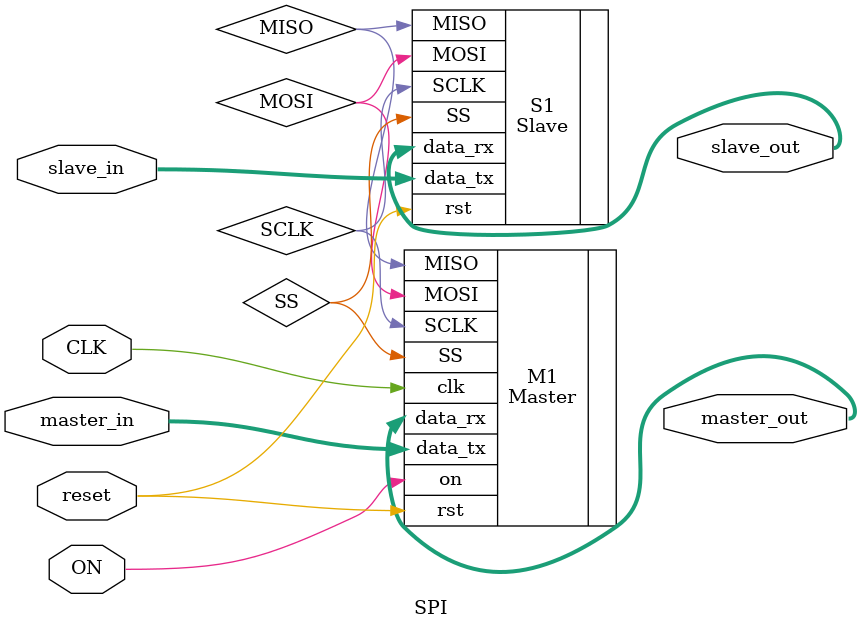
<source format=v>
`timescale 1ns / 1ps

module SPI(
    input wire reset,
    input wire ON,
    input wire CLK,
    input wire [7:0] master_in,
    input wire [7:0] slave_in,
    output wire [7:0] master_out,
    output wire [7:0] slave_out
);
    wire MISO;
    wire MOSI;
    wire SS;
    wire SCLK;

    Master M1 (
        .rst(reset),
        .on(ON),
        .clk(CLK),
        .data_tx(master_in),
        .MISO(MISO),
        .SS(SS),
        .MOSI(MOSI),
        .SCLK(SCLK),
        .data_rx(master_out)
    );

    Slave S1 (
        .rst(reset),
        .SCLK(SCLK),
        .MOSI(MOSI),
        .SS(SS),
        .data_tx(slave_in),
        .MISO(MISO),
        .data_rx(slave_out)
    );
endmodule

</source>
